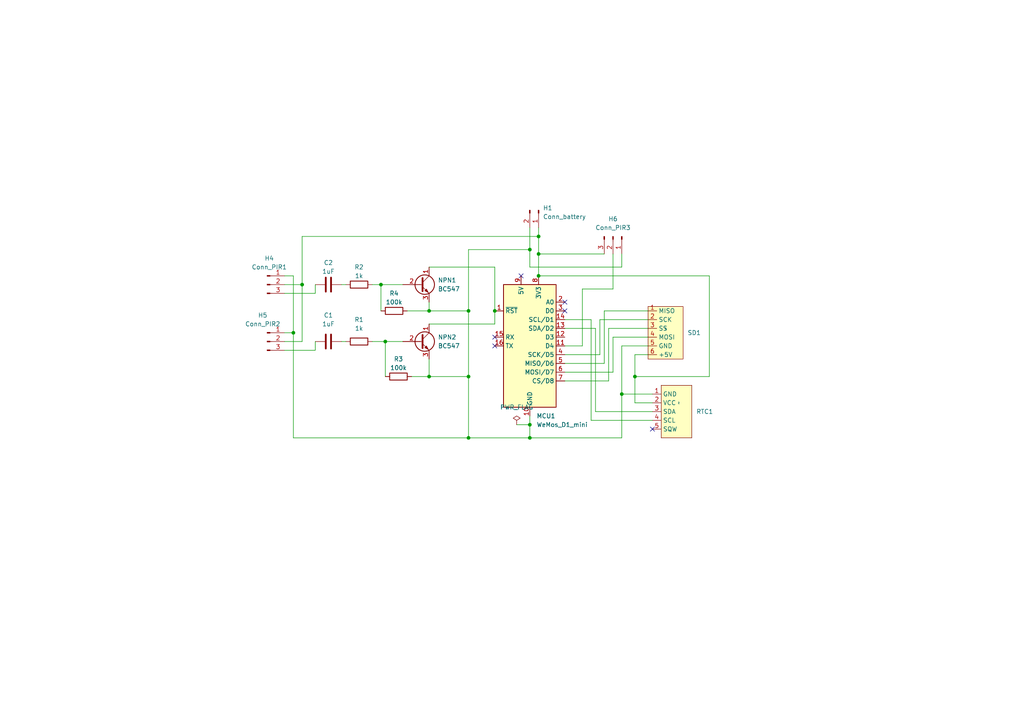
<source format=kicad_sch>
(kicad_sch (version 20230121) (generator eeschema)
  (paper "A4")
  (lib_symbols
    (symbol "Connector:Conn_01x02_Pin" (pin_names (offset 1.016) hide)
      (property "Reference" "J" (at 0 2.54 0))
      (property "Value" "Conn_01x02_Pin" (at 0 -5.08 0))
      (symbol "Conn_01x02_Pin_1_1"
        (polyline (pts (xy 1.27 -2.54) (xy 0.8636 -2.54)) (stroke (width 0.1524)))
        (polyline (pts (xy 1.27 0) (xy 0.8636 0)) (stroke (width 0.1524)))
        (rectangle (start 0.8636 -2.413) (end 0 -2.667) (stroke (width 0.1524)) (fill (type outline)))
        (rectangle (start 0.8636 0.127) (end 0 -0.127) (stroke (width 0.1524)) (fill (type outline)))
        (pin passive line (at 5.08 0 180) (length 3.81) (name "Pin_1") (number "1"))
        (pin passive line (at 5.08 -2.54 180) (length 3.81) (name "Pin_2") (number "2"))
      )
    )
    (symbol "Connector:Conn_01x03_Pin" (pin_names (offset 1.016) hide)
      (property "Reference" "J" (at 0 5.08 0))
      (property "Value" "Conn_01x03_Pin" (at 0 -5.08 0))
      (symbol "Conn_01x03_Pin_1_1"
        (polyline (pts (xy 1.27 -2.54) (xy 0.8636 -2.54)) (stroke (width 0.1524)))
        (polyline (pts (xy 1.27 0) (xy 0.8636 0)) (stroke (width 0.1524)))
        (polyline (pts (xy 1.27 2.54) (xy 0.8636 2.54)) (stroke (width 0.1524)))
        (rectangle (start 0.8636 -2.413) (end 0 -2.667) (stroke (width 0.1524)) (fill (type outline)))
        (rectangle (start 0.8636 0.127) (end 0 -0.127) (stroke (width 0.1524)) (fill (type outline)))
        (rectangle (start 0.8636 2.667) (end 0 2.413) (stroke (width 0.1524)) (fill (type outline)))
        (pin passive line (at 5.08 2.54 180) (length 3.81) (name "Pin_1") (number "1"))
        (pin passive line (at 5.08 0 180) (length 3.81) (name "Pin_2") (number "2"))
        (pin passive line (at 5.08 -2.54 180) (length 3.81) (name "Pin_3") (number "3"))
      )
    )
    (symbol "Custum components:Adafruit_PCF8523"
      (property "Reference" "RTC" (at 0 2.54 0))
      (symbol "Adafruit_PCF8523_1_1"
        (rectangle (start -7.62 5.08) (end 7.62 -3.81) (fill (type background)))
        (pin bidirectional line (at -5.08 -6.35 90) (length 2.54) (name "GND") (number "1"))
        (pin bidirectional line (at -2.54 -6.35 90) (length 2.54) (name "VCC") (number "2"))
        (pin bidirectional line (at 0 -6.35 90) (length 2.54) (name "SDA") (number "3"))
        (pin bidirectional line (at 2.54 -6.35 90) (length 2.54) (name "SCL") (number "4"))
        (pin bidirectional line (at 5.08 -6.35 90) (length 2.54) (name "SQW") (number "5"))
      )
    )
    (symbol "Custum components:DFRobot_micro_SD"
      (property "Reference" "SD1" (at 0 3.81 0))
      (symbol "DFRobot_micro_SD_1_1"
        (rectangle (start -7.62 5.08) (end 7.62 -5.08) (fill (type background)))
        (pin bidirectional line (at -6.35 -5.08 90) (length 2.54) (name "MISO") (number "1"))
        (pin bidirectional line (at -3.81 -5.08 90) (length 2.54) (name "SCK") (number "2"))
        (pin bidirectional line (at -1.27 -5.08 90) (length 2.54) (name "SS") (number "3"))
        (pin bidirectional line (at 1.27 -5.08 90) (length 2.54) (name "MOSI") (number "4"))
        (pin bidirectional line (at 3.81 -5.08 90) (length 2.54) (name "GND") (number "5"))
        (pin bidirectional line (at 6.35 -5.08 90) (length 2.54) (name "+5V") (number "6"))
      )
    )
    (symbol "Device:C" (pin_numbers hide) (pin_names (offset 0.254))
      (property "Reference" "C" (at 0.635 2.54 0))
      (property "Value" "C" (at 0.635 -2.54 0))
      (symbol "C_0_1"
        (polyline (pts (xy -2.032 -0.762) (xy 2.032 -0.762)) (stroke (width 0.508)))
        (polyline (pts (xy -2.032 0.762) (xy 2.032 0.762)) (stroke (width 0.508)))
      )
      (symbol "C_1_1"
        (pin passive line (at 0 3.81 270) (length 2.794) (name "~") (number "1"))
        (pin passive line (at 0 -3.81 90) (length 2.794) (name "~") (number "2"))
      )
    )
    (symbol "Device:R" (pin_numbers hide) (pin_names (offset 0))
      (property "Reference" "R" (at 2.032 0 90))
      (property "Value" "R" (at 0 0 90))
      (symbol "R_0_1"
        (rectangle (start -1.016 -2.54) (end 1.016 2.54) (stroke (width 0.254)))
      )
      (symbol "R_1_1"
        (pin passive line (at 0 3.81 270) (length 1.27) (name "~") (number "1"))
        (pin passive line (at 0 -3.81 90) (length 1.27) (name "~") (number "2"))
      )
    )
    (symbol "MCU_Module:WeMos_D1_mini"
      (property "Reference" "U" (at 3.81 19.05 0))
      (property "Value" "WeMos_D1_mini" (at 1.27 -19.05 0))
      (symbol "WeMos_D1_mini_1_1"
        (rectangle (start -7.62 17.78) (end 7.62 -17.78) (stroke (width 0.254)) (fill (type background)))
        (pin input line (at -10.16 10.16 0) (length 2.54) (name "~{RST}") (number "1"))
        (pin power_in line (at 0 -20.32 90) (length 2.54) (name "GND") (number "10"))
        (pin bidirectional line (at 10.16 0 180) (length 2.54) (name "D4") (number "11"))
        (pin bidirectional line (at 10.16 2.54 180) (length 2.54) (name "D3") (number "12"))
        (pin bidirectional line (at 10.16 5.08 180) (length 2.54) (name "SDA/D2") (number "13"))
        (pin bidirectional line (at 10.16 7.62 180) (length 2.54) (name "SCL/D1") (number "14"))
        (pin input line (at -10.16 2.54 0) (length 2.54) (name "RX") (number "15"))
        (pin output line (at -10.16 0 0) (length 2.54) (name "TX") (number "16"))
        (pin input line (at 10.16 12.7 180) (length 2.54) (name "A0") (number "2"))
        (pin bidirectional line (at 10.16 10.16 180) (length 2.54) (name "D0") (number "3"))
        (pin bidirectional line (at 10.16 -2.54 180) (length 2.54) (name "SCK/D5") (number "4"))
        (pin bidirectional line (at 10.16 -5.08 180) (length 2.54) (name "MISO/D6") (number "5"))
        (pin bidirectional line (at 10.16 -7.62 180) (length 2.54) (name "MOSI/D7") (number "6"))
        (pin bidirectional line (at 10.16 -10.16 180) (length 2.54) (name "CS/D8") (number "7"))
        (pin power_out line (at 2.54 20.32 270) (length 2.54) (name "3V3") (number "8"))
        (pin power_in line (at -2.54 20.32 270) (length 2.54) (name "5V") (number "9"))
      )
    )
    (symbol "Transistor_BJT:BC547" (pin_names (offset 0) hide)
      (property "Reference" "Q" (at 5.08 1.905 0))
      (property "Value" "BC547" (at 5.08 0 0))
      (symbol "BC547_0_1"
        (polyline (pts (xy 0 0) (xy 0.635 0)))
        (polyline (pts (xy 0.635 0.635) (xy 2.54 2.54)))
        (polyline (pts (xy 0.635 -0.635) (xy 2.54 -2.54) (xy 2.54 -2.54)))
        (polyline (pts (xy 0.635 1.905) (xy 0.635 -1.905) (xy 0.635 -1.905)) (stroke (width 0.508)))
        (polyline (pts (xy 1.27 -1.778) (xy 1.778 -1.27) (xy 2.286 -2.286) (xy 1.27 -1.778) (xy 1.27 -1.778)) (fill (type outline)))
        (circle (center 1.27 0) (radius 2.8194) (stroke (width 0.254)))
      )
      (symbol "BC547_1_1"
        (pin passive line (at 2.54 5.08 270) (length 2.54) (name "C") (number "1"))
        (pin input line (at -5.08 0 0) (length 5.08) (name "B") (number "2"))
        (pin passive line (at 2.54 -5.08 90) (length 2.54) (name "E") (number "3"))
      )
    )
    (symbol "power:PWR_FLAG" (power) (pin_numbers hide) (pin_names (offset 0) hide)
      (property "Value" "PWR_FLAG" (at 0 3.81 0))
      (symbol "PWR_FLAG_0_0"
        (pin power_out line (at 0 0 90) (length 0) (name "pwr") (number "1"))
      )
      (symbol "PWR_FLAG_0_1"
        (polyline (pts (xy 0 0) (xy 0 1.27) (xy -1.016 1.905) (xy 0 2.54) (xy 1.016 1.905) (xy 0 1.27)))
      )
    )
  )
  (junction (at 135.89 109.22))
  (junction (at 85.09 96.52))
  (junction (at 135.89 90.17))
  (junction (at 180.34 114.3))
  (junction (at 110.49 82.55))
  (junction (at 153.67 72.39))
  (junction (at 156.21 80.01))
  (junction (at 87.63 82.55))
  (junction (at 124.46 109.22))
  (junction (at 111.76 99.06))
  (junction (at 124.46 90.17))
  (junction (at 184.15 109.22))
  (junction (at 153.67 123.19))
  (junction (at 135.89 127))
  (junction (at 143.51 90.17))
  (junction (at 153.67 127))
  (junction (at 156.21 73.66))
  (junction (at 156.21 68.58))
  (no_connect (at 143.51 100.33))
  (no_connect (at 189.23 124.46))
  (no_connect (at 163.83 90.17))
  (no_connect (at 151.13 80.01))
  (no_connect (at 143.51 97.79))
  (no_connect (at 163.83 87.63))
  (wire (pts (xy 156.21 73.66) (xy 175.26 73.66)))
  (wire (pts (xy 177.8 97.79) (xy 177.8 107.95)))
  (wire (pts (xy 177.8 97.79) (xy 187.96 97.79)))
  (wire (pts (xy 124.46 93.98) (xy 143.51 93.98)))
  (wire (pts (xy 107.95 99.06) (xy 111.76 99.06)))
  (wire (pts (xy 173.99 102.87) (xy 173.99 92.71)))
  (wire (pts (xy 189.23 119.38) (xy 172.72 119.38)))
  (wire (pts (xy 143.51 93.98) (xy 143.51 90.17)))
  (wire (pts (xy 135.89 127) (xy 153.67 127)))
  (wire (pts (xy 184.15 102.87) (xy 184.15 109.22)))
  (wire (pts (xy 153.67 66.04) (xy 153.67 72.39)))
  (wire (pts (xy 189.23 121.92) (xy 171.45 121.92)))
  (wire (pts (xy 180.34 114.3) (xy 189.23 114.3)))
  (wire (pts (xy 87.63 68.58) (xy 156.21 68.58)))
  (wire (pts (xy 124.46 90.17) (xy 124.46 87.63)))
  (wire (pts (xy 175.26 90.17) (xy 187.96 90.17)))
  (wire (pts (xy 87.63 82.55) (xy 87.63 99.06)))
  (wire (pts (xy 176.53 95.25) (xy 187.96 95.25)))
  (wire (pts (xy 111.76 99.06) (xy 111.76 109.22)))
  (wire (pts (xy 119.38 109.22) (xy 124.46 109.22)))
  (wire (pts (xy 82.55 85.09) (xy 91.44 85.09)))
  (wire (pts (xy 135.89 109.22) (xy 135.89 127)))
  (wire (pts (xy 156.21 66.04) (xy 156.21 68.58)))
  (wire (pts (xy 171.45 121.92) (xy 171.45 92.71)))
  (wire (pts (xy 163.83 105.41) (xy 175.26 105.41)))
  (wire (pts (xy 87.63 82.55) (xy 82.55 82.55)))
  (wire (pts (xy 118.11 90.17) (xy 124.46 90.17)))
  (wire (pts (xy 110.49 82.55) (xy 116.84 82.55)))
  (wire (pts (xy 85.09 96.52) (xy 85.09 127)))
  (wire (pts (xy 180.34 73.66) (xy 180.34 77.47)))
  (wire (pts (xy 180.34 114.3) (xy 180.34 127)))
  (wire (pts (xy 176.53 110.49) (xy 176.53 95.25)))
  (wire (pts (xy 187.96 100.33) (xy 180.34 100.33)))
  (wire (pts (xy 99.06 82.55) (xy 100.33 82.55)))
  (wire (pts (xy 187.96 102.87) (xy 184.15 102.87)))
  (wire (pts (xy 189.23 116.84) (xy 184.15 116.84)))
  (wire (pts (xy 135.89 90.17) (xy 135.89 109.22)))
  (wire (pts (xy 177.8 83.82) (xy 168.91 83.82)))
  (wire (pts (xy 91.44 101.6) (xy 91.44 99.06)))
  (wire (pts (xy 172.72 119.38) (xy 172.72 95.25)))
  (wire (pts (xy 175.26 105.41) (xy 175.26 90.17)))
  (wire (pts (xy 124.46 77.47) (xy 143.51 77.47)))
  (wire (pts (xy 163.83 102.87) (xy 173.99 102.87)))
  (wire (pts (xy 153.67 72.39) (xy 135.89 72.39)))
  (wire (pts (xy 149.86 123.19) (xy 153.67 123.19)))
  (wire (pts (xy 124.46 109.22) (xy 135.89 109.22)))
  (wire (pts (xy 153.67 120.65) (xy 153.67 123.19)))
  (wire (pts (xy 110.49 82.55) (xy 110.49 90.17)))
  (wire (pts (xy 177.8 73.66) (xy 177.8 83.82)))
  (wire (pts (xy 184.15 109.22) (xy 205.74 109.22)))
  (wire (pts (xy 107.95 82.55) (xy 110.49 82.55)))
  (wire (pts (xy 168.91 83.82) (xy 168.91 100.33)))
  (wire (pts (xy 156.21 68.58) (xy 156.21 73.66)))
  (wire (pts (xy 135.89 72.39) (xy 135.89 90.17)))
  (wire (pts (xy 111.76 99.06) (xy 116.84 99.06)))
  (wire (pts (xy 91.44 85.09) (xy 91.44 82.55)))
  (wire (pts (xy 180.34 77.47) (xy 153.67 77.47)))
  (wire (pts (xy 87.63 82.55) (xy 87.63 68.58)))
  (wire (pts (xy 171.45 92.71) (xy 163.83 92.71)))
  (wire (pts (xy 153.67 127) (xy 180.34 127)))
  (wire (pts (xy 205.74 109.22) (xy 205.74 80.01)))
  (wire (pts (xy 153.67 72.39) (xy 153.67 77.47)))
  (wire (pts (xy 172.72 95.25) (xy 163.83 95.25)))
  (wire (pts (xy 124.46 104.14) (xy 124.46 109.22)))
  (wire (pts (xy 124.46 90.17) (xy 135.89 90.17)))
  (wire (pts (xy 82.55 80.01) (xy 85.09 80.01)))
  (wire (pts (xy 82.55 99.06) (xy 87.63 99.06)))
  (wire (pts (xy 153.67 123.19) (xy 153.67 127)))
  (wire (pts (xy 156.21 73.66) (xy 156.21 80.01)))
  (wire (pts (xy 85.09 127) (xy 135.89 127)))
  (wire (pts (xy 163.83 110.49) (xy 176.53 110.49)))
  (wire (pts (xy 180.34 100.33) (xy 180.34 114.3)))
  (wire (pts (xy 85.09 80.01) (xy 85.09 96.52)))
  (wire (pts (xy 184.15 116.84) (xy 184.15 109.22)))
  (wire (pts (xy 99.06 99.06) (xy 100.33 99.06)))
  (wire (pts (xy 163.83 100.33) (xy 168.91 100.33)))
  (wire (pts (xy 173.99 92.71) (xy 187.96 92.71)))
  (wire (pts (xy 82.55 96.52) (xy 85.09 96.52)))
  (wire (pts (xy 156.21 80.01) (xy 205.74 80.01)))
  (wire (pts (xy 163.83 107.95) (xy 177.8 107.95)))
  (wire (pts (xy 82.55 101.6) (xy 91.44 101.6)))
  (wire (pts (xy 143.51 77.47) (xy 143.51 90.17)))
  (symbol (lib_id "Connector:Conn_01x03_Pin") (at 77.47 99.06 0) (unit 1)
    (property "Reference" "H5" (at 76.2 91.44 0))
    (property "Value" "Conn_PIR2" (at 76.2 93.98 0))
    (property "Footprint" "Connector_PinHeader_2.54mm:PinHeader_1x03_P2.54mm_Vertical" (effects hide))
  )
  (symbol (lib_id "Transistor_BJT:BC547") (at 121.92 99.06 0) (unit 1)
    (property "Reference" "NPN2" (at 127 97.79 0) (effects (justify left)))
    (property "Value" "BC547" (at 127 100.33 0) (effects (justify left)))
    (property "Footprint" "Package_TO_SOT_THT:TO-92_Inline" (effects hide))
    (property "Datasheet" "https://www.onsemi.com/pub/Collateral/BC550-D.pdf" (effects hide))
  )
  (symbol (lib_id "Custum components:Adafruit_PCF8523") (at 195.58 119.38 270) (unit 1)
    (property "Reference" "RTC1" (at 201.93 119.38 90) (effects (justify left)))
    (property "Value" "~" (at 196.85 116.84 0))
    (property "Footprint" "Custom components:Adafruit PCF8523" (effects hide))
  )
  (symbol (lib_id "Device:R") (at 104.14 99.06 90) (unit 1)
    (property "Reference" "R1" (at 104.14 92.71 90))
    (property "Value" "1k" (at 104.14 95.25 90))
    (property "Footprint" "Resistor_THT:R_Axial_DIN0207_L6.3mm_D2.5mm_P7.62mm_Horizontal" (effects hide))
  )
  (symbol (lib_id "Device:R") (at 114.3 90.17 90) (unit 1)
    (property "Reference" "R4" (at 114.3 85.09 90))
    (property "Value" "100k" (at 114.3 87.63 90))
    (property "Footprint" "Resistor_THT:R_Axial_DIN0207_L6.3mm_D2.5mm_P7.62mm_Horizontal" (effects hide))
  )
  (symbol (lib_id "Device:R") (at 104.14 82.55 90) (unit 1)
    (property "Reference" "R2" (at 104.14 77.47 90))
    (property "Value" "1k" (at 104.14 80.01 90))
    (property "Footprint" "Resistor_THT:R_Axial_DIN0207_L6.3mm_D2.5mm_P7.62mm_Horizontal" (effects hide))
  )
  (symbol (lib_id "Transistor_BJT:BC547") (at 121.92 82.55 0) (unit 1)
    (property "Reference" "NPN1" (at 127 81.28 0) (effects (justify left)))
    (property "Value" "BC547" (at 127 83.82 0) (effects (justify left)))
    (property "Footprint" "Package_TO_SOT_THT:TO-92_Inline" (effects hide))
    (property "Datasheet" "https://www.onsemi.com/pub/Collateral/BC550-D.pdf" (effects hide))
  )
  (symbol (lib_id "Device:C") (at 95.25 99.06 90) (unit 1)
    (property "Reference" "C1" (at 95.25 91.44 90))
    (property "Value" "1uF" (at 95.25 93.98 90))
    (property "Footprint" "Capacitor_THT:C_Disc_D5.0mm_W2.5mm_P2.50mm" (effects hide))
  )
  (symbol (lib_id "Connector:Conn_01x03_Pin") (at 77.47 82.55 0) (unit 1)
    (property "Reference" "H4" (at 78.105 74.93 0))
    (property "Value" "Conn_PIR1" (at 78.105 77.47 0))
    (property "Footprint" "Connector_PinHeader_2.54mm:PinHeader_1x03_P2.54mm_Vertical" (effects hide))
  )
  (symbol (lib_id "power:PWR_FLAG") (at 149.86 123.19 0) (unit 1)
    (property "Reference" "#FLG01" (effects hide))
    (property "Value" "PWR_FLAG" (at 149.86 118.11 0))
  )
  (symbol (lib_id "Device:R") (at 115.57 109.22 90) (unit 1)
    (property "Reference" "R3" (at 115.57 104.14 90))
    (property "Value" "100k" (at 115.57 106.68 90))
    (property "Footprint" "Resistor_THT:R_Axial_DIN0207_L6.3mm_D2.5mm_P7.62mm_Horizontal" (effects hide))
  )
  (symbol (lib_id "Custum components:DFRobot_micro_SD") (at 193.04 96.52 270) (unit 1)
    (property "Reference" "SD1" (at 199.39 96.52 90) (effects (justify left)))
    (property "Value" "~" (at 193.04 95.25 0))
    (property "Footprint" "Custom components:DFRobot micro SD module" (effects hide))
  )
  (symbol (lib_id "Device:C") (at 95.25 82.55 90) (unit 1)
    (property "Reference" "C2" (at 95.25 76.2 90))
    (property "Value" "1uF" (at 95.25 78.74 90))
    (property "Footprint" "Capacitor_THT:C_Disc_D5.0mm_W2.5mm_P2.50mm" (effects hide))
  )
  (symbol (lib_id "Connector:Conn_01x02_Pin") (at 156.21 60.96 270) (unit 1)
    (property "Reference" "H1" (at 157.48 60.325 90) (effects (justify left)))
    (property "Value" "Conn_battery" (at 157.48 62.865 90) (effects (justify left)))
    (property "Footprint" "Connector_PinHeader_2.54mm:PinHeader_1x02_P2.54mm_Vertical" (effects hide))
  )
  (symbol (lib_id "Connector:Conn_01x03_Pin") (at 177.8 68.58 270) (unit 1)
    (property "Reference" "H6" (at 177.8 63.5 90))
    (property "Value" "Conn_PIR3" (at 177.8 66.04 90))
    (property "Footprint" "Connector_PinHeader_2.54mm:PinHeader_1x03_P2.54mm_Vertical" (effects hide))
  )
  (symbol (lib_id "MCU_Module:WeMos_D1_mini") (at 153.67 100.33 0) (unit 1)
    (property "Reference" "MCU1" (at 155.6259 120.65 0) (effects (justify left)))
    (property "Value" "WeMos_D1_mini" (at 155.6259 123.19 0) (effects (justify left)))
    (property "Footprint" "Module:WEMOS_D1_mini_light" (effects hide))
    (property "Datasheet" "https://wiki.wemos.cc/products:d1:d1_mini#documentation" (effects hide))
  )
)
</source>
